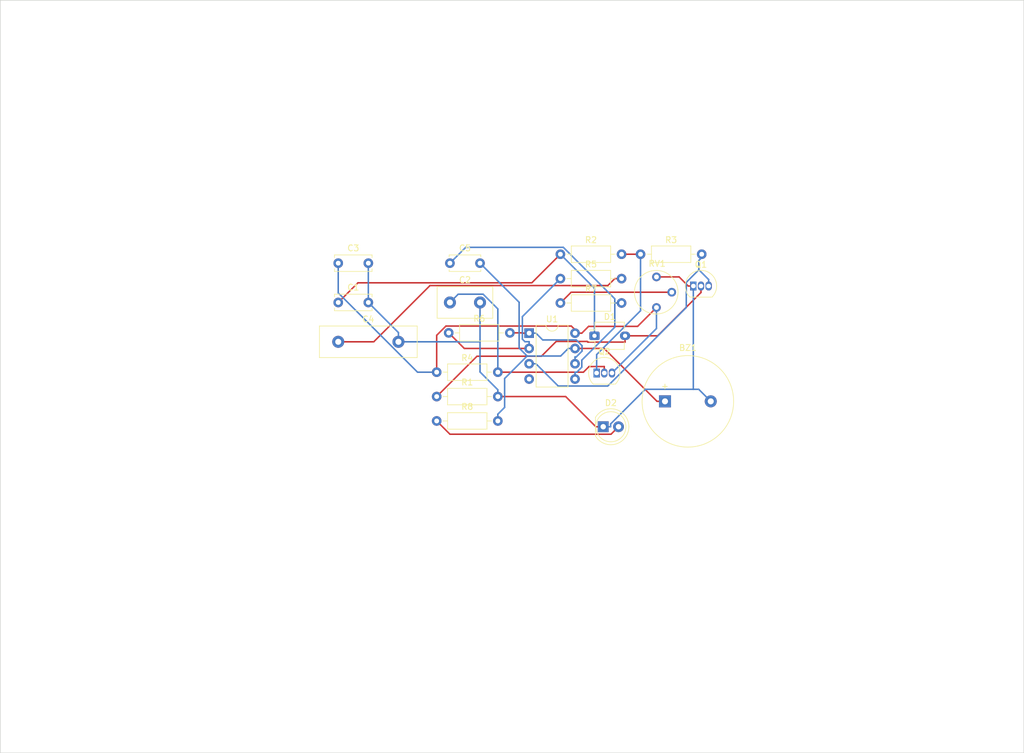
<source format=kicad_pcb>
(kicad_pcb (version 20211014) (generator pcbnew)
  (title_block (title "gammaray2usb") (date "2021-12-27") (rev "0.2x") (company "Fort Sand, Inc."))
  (layers (0 "F.Cu" signal) (31 "B.Cu" signal) (34 "B.Paste" user) (35 "F.Paste" user) (36 "B.SilkS" user "B.Silkscreen") (37 "F.SilkS" user "F.Silkscreen") (38 "B.Mask" user) (39 "F.Mask" user) (44 "Edge.Cuts" user))
  (net 0 "")
  (net 1 "Net-(BZ1-Pad1)")
  (net 2 "GND")
  (net 3 "Net-(C1-Pad1)")
  (net 4 "Net-(C2-Pad1)")
  (net 5 "+9V")
  (net 6 "Net-(C4-Pad1)")
  (net 7 "Net-(C5-Pad1)")
  (net 8 "Net-(D1-Pad2)")
  (net 9 "Net-(D2-Pad2)")
  (net 10 "Net-(Q1-Pad3)")
  (net 11 "Net-(Q2-Pad1)")
  (net 12 "Net-(R5-Pad1)")
  (net 13 "Net-(R6-Pad2)")
  (net 14 "Net-(R7-Pad1)")
  (net 15 "GNDREF")
  (footprint "Potentiometer_THT:Potentiometer_Vishay_T7-YA_Single_Vertical" (layer "F.Cu") (at 178.9838 86.0256)
    (fp_text reference "RV1" (at 0.11 -7.29) (layer "F.SilkS"))
    (fp_text value "250kΩ")
    (fp_circle (center -0.041 -2.54) (end 3.579 -2.54) (layer "F.SilkS") (width 0.12) (fill none))
    (pad "1" thru_hole circle locked (at 0 0) (size 1.44 1.44) (drill 0.8) (layers *.Cu *.Mask) (net 5 "+9V"))
    (pad "2" thru_hole circle locked (at 2.54 -2.54) (size 1.44 1.44) (drill 0.8) (layers *.Cu *.Mask) (net 14 "Net-(R7-Pad1)"))
    (pad "3" thru_hole circle locked (at 0 -5.08) (size 1.44 1.44) (drill 0.8) (layers *.Cu *.Mask) (net 2 "GND"))
  )
  (footprint "Resistor_THT:R_Axial_DIN0207_L6.3mm_D2.5mm_P10.16mm_Horizontal" (layer "F.Cu") (at 163.0278 77.1756)
    (fp_text reference "R2" (at 5.08 -2.37) (layer "F.SilkS"))
    (fp_text value "1.5M")
    (fp_line (start 9.12 0) (end 8.35 0) (layer "F.SilkS") (width 0.12))
    (fp_line (start 1.81 1.37) (end 8.35 1.37) (layer "F.SilkS") (width 0.12))
    (fp_line (start 1.81 -1.37) (end 1.81 1.37) (layer "F.SilkS") (width 0.12))
    (fp_line (start 1.04 0) (end 1.81 0) (layer "F.SilkS") (width 0.12))
    (fp_line (start 8.35 1.37) (end 8.35 -1.37) (layer "F.SilkS") (width 0.12))
    (fp_line (start 8.35 -1.37) (end 1.81 -1.37) (layer "F.SilkS") (width 0.12))
    (pad "1" thru_hole circle locked (at 0 0) (size 1.6 1.6) (drill 0.8) (layers *.Cu *.Mask) (net 3 "Net-(C1-Pad1)"))
    (pad "2" thru_hole oval locked (at 10.16 0) (size 1.6 1.6) (drill 0.8) (layers *.Cu *.Mask) (net 11 "Net-(Q2-Pad1)"))
  )
  (footprint "Resistor_THT:R_Axial_DIN0207_L6.3mm_D2.5mm_P10.16mm_Horizontal" (layer "F.Cu") (at 163.0278 81.2256)
    (fp_text reference "R5" (at 5.08 -2.37) (layer "F.SilkS"))
    (fp_text value "1k")
    (fp_line (start 9.12 0) (end 8.35 0) (layer "F.SilkS") (width 0.12))
    (fp_line (start 1.04 0) (end 1.81 0) (layer "F.SilkS") (width 0.12))
    (fp_line (start 1.81 1.37) (end 8.35 1.37) (layer "F.SilkS") (width 0.12))
    (fp_line (start 8.35 1.37) (end 8.35 -1.37) (layer "F.SilkS") (width 0.12))
    (fp_line (start 8.35 -1.37) (end 1.81 -1.37) (layer "F.SilkS") (width 0.12))
    (fp_line (start 1.81 -1.37) (end 1.81 1.37) (layer "F.SilkS") (width 0.12))
    (pad "1" thru_hole circle locked (at 0 0) (size 1.6 1.6) (drill 0.8) (layers *.Cu *.Mask) (net 12 "Net-(R5-Pad1)"))
    (pad "2" thru_hole oval locked (at 10.16 0) (size 1.6 1.6) (drill 0.8) (layers *.Cu *.Mask) (net 6 "Net-(C4-Pad1)"))
  )
  (footprint "Resistor_THT:R_Axial_DIN0207_L6.3mm_D2.5mm_P10.16mm_Horizontal" (layer "F.Cu") (at 142.4778 104.8656)
    (fp_text reference "R8" (at 5.08 -2.37) (layer "F.SilkS"))
    (fp_text value "1k")
    (fp_line (start 1.81 1.37) (end 8.35 1.37) (layer "F.SilkS") (width 0.12))
    (fp_line (start 1.81 -1.37) (end 1.81 1.37) (layer "F.SilkS") (width 0.12))
    (fp_line (start 8.35 -1.37) (end 1.81 -1.37) (layer "F.SilkS") (width 0.12))
    (fp_line (start 1.04 0) (end 1.81 0) (layer "F.SilkS") (width 0.12))
    (fp_line (start 8.35 1.37) (end 8.35 -1.37) (layer "F.SilkS") (width 0.12))
    (fp_line (start 9.12 0) (end 8.35 0) (layer "F.SilkS") (width 0.12))
    (pad "1" thru_hole circle locked (at 0 0) (size 1.6 1.6) (drill 0.8) (layers *.Cu *.Mask) (net 9 "Net-(D2-Pad2)"))
    (pad "2" thru_hole oval locked (at 10.16 0) (size 1.6 1.6) (drill 0.8) (layers *.Cu *.Mask) (net 1 "Net-(BZ1-Pad1)"))
  )
  (footprint "Capacitor_THT:C_Disc_D6.0mm_W2.5mm_P5.00mm" (layer "F.Cu") (at 126.1278 85.1906)
    (fp_text reference "C1" (at 2.5 -2.5) (layer "F.SilkS"))
    (fp_text value "0.1µF")
    (fp_line (start -0.62 -1.37) (end -0.62 -0.925) (layer "F.SilkS") (width 0.12))
    (fp_line (start -0.62 -1.37) (end 5.62 -1.37) (layer "F.SilkS") (width 0.12))
    (fp_line (start 5.62 0.925) (end 5.62 1.37) (layer "F.SilkS") (width 0.12))
    (fp_line (start -0.62 0.925) (end -0.62 1.37) (layer "F.SilkS") (width 0.12))
    (fp_line (start -0.62 1.37) (end 5.62 1.37) (layer "F.SilkS") (width 0.12))
    (fp_line (start 5.62 -1.37) (end 5.62 -0.925) (layer "F.SilkS") (width 0.12))
    (pad "1" thru_hole circle locked (at 0 0) (size 1.6 1.6) (drill 0.8) (layers *.Cu *.Mask) (net 3 "Net-(C1-Pad1)"))
    (pad "2" thru_hole circle locked (at 5 0) (size 1.6 1.6) (drill 0.8) (layers *.Cu *.Mask) (net 2 "GND"))
  )
  (footprint "Resistor_THT:R_Axial_DIN0207_L6.3mm_D2.5mm_P10.16mm_Horizontal" (layer "F.Cu") (at 176.3378 77.1756)
    (fp_text reference "R3" (at 5.08 -2.37) (layer "F.SilkS"))
    (fp_text value "56k")
    (fp_line (start 8.35 -1.37) (end 1.81 -1.37) (layer "F.SilkS") (width 0.12))
    (fp_line (start 1.81 1.37) (end 8.35 1.37) (layer "F.SilkS") (width 0.12))
    (fp_line (start 8.35 1.37) (end 8.35 -1.37) (layer "F.SilkS") (width 0.12))
    (fp_line (start 1.04 0) (end 1.81 0) (layer "F.SilkS") (width 0.12))
    (fp_line (start 9.12 0) (end 8.35 0) (layer "F.SilkS") (width 0.12))
    (fp_line (start 1.81 -1.37) (end 1.81 1.37) (layer "F.SilkS") (width 0.12))
    (pad "1" thru_hole circle locked (at 0 0) (size 1.6 1.6) (drill 0.8) (layers *.Cu *.Mask) (net 11 "Net-(Q2-Pad1)"))
    (pad "2" thru_hole oval locked (at 10.16 0) (size 1.6 1.6) (drill 0.8) (layers *.Cu *.Mask) (net 10 "Net-(Q1-Pad3)"))
  )
  (footprint "Resistor_THT:R_Axial_DIN0207_L6.3mm_D2.5mm_P10.16mm_Horizontal" (layer "F.Cu") (at 144.4778 90.2356)
    (fp_text reference "R6" (at 5.08 -2.37) (layer "F.SilkS"))
    (fp_text value "1.5M")
    (fp_line (start 1.81 1.37) (end 8.35 1.37) (layer "F.SilkS") (width 0.12))
    (fp_line (start 8.35 -1.37) (end 1.81 -1.37) (layer "F.SilkS") (width 0.12))
    (fp_line (start 9.12 0) (end 8.35 0) (layer "F.SilkS") (width 0.12))
    (fp_line (start 1.81 -1.37) (end 1.81 1.37) (layer "F.SilkS") (width 0.12))
    (fp_line (start 8.35 1.37) (end 8.35 -1.37) (layer "F.SilkS") (width 0.12))
    (fp_line (start 1.04 0) (end 1.81 0) (layer "F.SilkS") (width 0.12))
    (pad "1" thru_hole circle locked (at 0 0) (size 1.6 1.6) (drill 0.8) (layers *.Cu *.Mask) (net 12 "Net-(R5-Pad1)"))
    (pad "2" thru_hole oval locked (at 10.16 0) (size 1.6 1.6) (drill 0.8) (layers *.Cu *.Mask) (net 13 "Net-(R6-Pad2)"))
  )
  (footprint "Package_TO_SOT_THT:TO-92_Inline" (layer "F.Cu") (at 185.1078 82.4556)
    (fp_text reference "Q1" (at 1.27 -3.56) (layer "F.SilkS"))
    (fp_text value "2N7000")
    (fp_line (start -0.53 1.85) (end 3.07 1.85) (layer "F.SilkS") (width 0.12))
    (fp_arc (start 1.27 -2.6) (mid 3.672087 -0.994977) (end 3.108478 1.838478) (layer "F.SilkS") (width 0.12))
    (fp_arc (start -0.568478 1.838478) (mid -1.132087 -0.994977) (end 1.27 -2.6) (layer "F.SilkS") (width 0.12))
    (pad "1" thru_hole rect locked (at 0 0) (size 1.05 1.5) (drill 0.75) (layers *.Cu *.Mask) (net 2 "GND"))
    (pad "2" thru_hole oval locked (at 1.27 0) (size 1.05 1.5) (drill 0.75) (layers *.Cu *.Mask) (net 8 "Net-(D1-Pad2)"))
    (pad "3" thru_hole oval locked (at 2.54 0) (size 1.05 1.5) (drill 0.75) (layers *.Cu *.Mask) (net 10 "Net-(Q1-Pad3)"))
  )
  (footprint "Package_DIP:DIP-8_W7.62mm" (layer "F.Cu") (at 157.8378 90.2856)
    (fp_text reference "U1" (at 3.81 -2.33) (layer "F.SilkS"))
    (fp_text value "LM358")
    (fp_line (start 6.46 -1.33) (end 4.81 -1.33) (layer "F.SilkS") (width 0.12))
    (fp_line (start 2.81 -1.33) (end 1.16 -1.33) (layer "F.SilkS") (width 0.12))
    (fp_line (start 1.16 8.95) (end 6.46 8.95) (layer "F.SilkS") (width 0.12))
    (fp_line (start 1.16 -1.33) (end 1.16 8.95) (layer "F.SilkS") (width 0.12))
    (fp_line (start 6.46 8.95) (end 6.46 -1.33) (layer "F.SilkS") (width 0.12))
    (fp_arc (start 4.81 -1.33) (mid 3.81 -0.33) (end 2.81 -1.33) (layer "F.SilkS") (width 0.12))
    (pad "1" thru_hole rect locked (at 0 0) (size 1.6 1.6) (drill 0.8) (layers *.Cu *.Mask) (net 13 "Net-(R6-Pad2)"))
    (pad "2" thru_hole oval locked (at 0 2.54) (size 1.6 1.6) (drill 0.8) (layers *.Cu *.Mask) (net 12 "Net-(R5-Pad1)"))
    (pad "3" thru_hole oval locked (at 0 5.08) (size 1.6 1.6) (drill 0.8) (layers *.Cu *.Mask) (net 10 "Net-(Q1-Pad3)"))
    (pad "4" thru_hole oval locked (at 0 7.62) (size 1.6 1.6) (drill 0.8) (layers *.Cu *.Mask) (net 15 "GNDREF"))
    (pad "5" thru_hole oval locked (at 7.62 7.62) (size 1.6 1.6) (drill 0.8) (layers *.Cu *.Mask) (net 7 "Net-(C5-Pad1)"))
    (pad "6" thru_hole oval locked (at 7.62 5.08) (size 1.6 1.6) (drill 0.8) (layers *.Cu *.Mask) (net 13 "Net-(R6-Pad2)"))
    (pad "7" thru_hole oval locked (at 7.62 2.54) (size 1.6 1.6) (drill 0.8) (layers *.Cu *.Mask) (net 1 "Net-(BZ1-Pad1)"))
    (pad "8" thru_hole oval locked (at 7.62 0) (size 1.6 1.6) (drill 0.8) (layers *.Cu *.Mask) (net 5 "+9V"))
  )
  (footprint "Resistor_THT:R_Axial_DIN0207_L6.3mm_D2.5mm_P10.16mm_Horizontal" (layer "F.Cu") (at 142.4778 100.8156)
    (fp_text reference "R1" (at 5.08 -2.37) (layer "F.SilkS"))
    (fp_text value "10M")
    (fp_line (start 9.12 0) (end 8.35 0) (layer "F.SilkS") (width 0.12))
    (fp_line (start 8.35 -1.37) (end 1.81 -1.37) (layer "F.SilkS") (width 0.12))
    (fp_line (start 8.35 1.37) (end 8.35 -1.37) (layer "F.SilkS") (width 0.12))
    (fp_line (start 1.81 -1.37) (end 1.81 1.37) (layer "F.SilkS") (width 0.12))
    (fp_line (start 1.04 0) (end 1.81 0) (layer "F.SilkS") (width 0.12))
    (fp_line (start 1.81 1.37) (end 8.35 1.37) (layer "F.SilkS") (width 0.12))
    (pad "1" thru_hole circle locked (at 0 0) (size 1.6 1.6) (drill 0.8) (layers *.Cu *.Mask) (net 8 "Net-(D1-Pad2)"))
    (pad "2" thru_hole oval locked (at 10.16 0) (size 1.6 1.6) (drill 0.8) (layers *.Cu *.Mask) (net 2 "GND"))
  )
  (footprint "Resistor_THT:R_Axial_DIN0207_L6.3mm_D2.5mm_P10.16mm_Horizontal" (layer "F.Cu") (at 163.0278 85.2756)
    (fp_text reference "R7" (at 5.08 -2.37) (layer "F.SilkS"))
    (fp_text value "1k")
    (fp_line (start 8.35 -1.37) (end 1.81 -1.37) (layer "F.SilkS") (width 0.12))
    (fp_line (start 9.12 0) (end 8.35 0) (layer "F.SilkS") (width 0.12))
    (fp_line (start 1.81 -1.37) (end 1.81 1.37) (layer "F.SilkS") (width 0.12))
    (fp_line (start 8.35 1.37) (end 8.35 -1.37) (layer "F.SilkS") (width 0.12))
    (fp_line (start 1.81 1.37) (end 8.35 1.37) (layer "F.SilkS") (width 0.12))
    (fp_line (start 1.04 0) (end 1.81 0) (layer "F.SilkS") (width 0.12))
    (pad "1" thru_hole circle locked (at 0 0) (size 1.6 1.6) (drill 0.8) (layers *.Cu *.Mask) (net 14 "Net-(R7-Pad1)"))
    (pad "2" thru_hole oval locked (at 10.16 0) (size 1.6 1.6) (drill 0.8) (layers *.Cu *.Mask) (net 7 "Net-(C5-Pad1)"))
  )
  (footprint "Buzzer_Beeper:Buzzer_15x7.5RM7.6" (layer "F.Cu") (at 180.4004 101.6097)
    (fp_text reference "BZ1" (at 3.81 -8.89) (layer "F.SilkS"))
    (fp_text value "Buzzer")
    (fp_text user "+" (at -0.01 -2.54) (layer "F.SilkS"))
    (fp_circle (center 3.8 0) (end 11.4 0) (layer "F.SilkS") (width 0.12) (fill none))
    (pad "1" thru_hole rect locked (at 0 0) (size 2 2) (drill 1) (layers *.Cu *.Mask) (net 1 "Net-(BZ1-Pad1)"))
    (pad "2" thru_hole circle locked (at 7.6 0) (size 2 2) (drill 1) (layers *.Cu *.Mask) (net 2 "GND"))
  )
  (footprint "Capacitor_THT:C_Disc_D5.0mm_W2.5mm_P5.00mm" (layer "F.Cu") (at 144.6778 78.6606)
    (fp_text reference "C5" (at 2.5 -2.5) (layer "F.SilkS"))
    (fp_text value "0.01µF")
    (fp_line (start -0.12 1.37) (end 5.12 1.37) (layer "F.SilkS") (width 0.12))
    (fp_line (start 5.12 1.055) (end 5.12 1.37) (layer "F.SilkS") (width 0.12))
    (fp_line (start -0.12 1.055) (end -0.12 1.37) (layer "F.SilkS") (width 0.12))
    (fp_line (start 5.12 -1.37) (end 5.12 -1.055) (layer "F.SilkS") (width 0.12))
    (fp_line (start -0.12 -1.37) (end -0.12 -1.055) (layer "F.SilkS") (width 0.12))
    (fp_line (start -0.12 -1.37) (end 5.12 -1.37) (layer "F.SilkS") (width 0.12))
    (pad "1" thru_hole circle locked (at 0 0) (size 1.6 1.6) (drill 0.8) (layers *.Cu *.Mask) (net 7 "Net-(C5-Pad1)"))
    (pad "2" thru_hole circle locked (at 5 0) (size 1.6 1.6) (drill 0.8) (layers *.Cu *.Mask) (net 1 "Net-(BZ1-Pad1)"))
  )
  (footprint "Capacitor_THT:C_Disc_D16.0mm_W5.0mm_P10.00mm" (layer "F.Cu") (at 126.1278 91.7206)
    (fp_text reference "C4" (at 5 -3.75) (layer "F.SilkS"))
    (fp_text value "0.02µF")
    (fp_line (start -3.12 2.62) (end 13.12 2.62) (layer "F.SilkS") (width 0.12))
    (fp_line (start 13.12 -2.62) (end 13.12 2.62) (layer "F.SilkS") (width 0.12))
    (fp_line (start -3.12 -2.62) (end 13.12 -2.62) (layer "F.SilkS") (width 0.12))
    (fp_line (start -3.12 -2.62) (end -3.12 2.62) (layer "F.SilkS") (width 0.12))
    (pad "1" thru_hole circle locked (at 0 0) (size 2 2) (drill 1) (layers *.Cu *.Mask) (net 6 "Net-(C4-Pad1)"))
    (pad "2" thru_hole circle locked (at 10 0) (size 2 2) (drill 1) (layers *.Cu *.Mask) (net 2 "GND"))
  )
  (footprint "Capacitor_THT:C_Disc_D6.0mm_W2.5mm_P5.00mm" (layer "F.Cu") (at 126.1278 78.6606)
    (fp_text reference "C3" (at 2.5 -2.5) (layer "F.SilkS"))
    (fp_text value "0.1µF")
    (fp_line (start 5.62 -1.37) (end 5.62 -0.925) (layer "F.SilkS") (width 0.12))
    (fp_line (start -0.62 -1.37) (end 5.62 -1.37) (layer "F.SilkS") (width 0.12))
    (fp_line (start -0.62 0.925) (end -0.62 1.37) (layer "F.SilkS") (width 0.12))
    (fp_line (start -0.62 -1.37) (end -0.62 -0.925) (layer "F.SilkS") (width 0.12))
    (fp_line (start 5.62 0.925) (end 5.62 1.37) (layer "F.SilkS") (width 0.12))
    (fp_line (start -0.62 1.37) (end 5.62 1.37) (layer "F.SilkS") (width 0.12))
    (pad "1" thru_hole circle locked (at 0 0) (size 1.6 1.6) (drill 0.8) (layers *.Cu *.Mask) (net 5 "+9V"))
    (pad "2" thru_hole circle locked (at 5 0) (size 1.6 1.6) (drill 0.8) (layers *.Cu *.Mask) (net 2 "GND"))
  )
  (footprint "OptoDevice:Osram_DIL2_4.3x4.65mm_P5.08mm" (layer "F.Cu") (at 168.6878 90.7256)
    (fp_text reference "D1" (at 2.54 -3.17) (layer "F.SilkS"))
    (fp_text value "BPW34")
    (fp_line (start 0.08 -2.26) (end 4.95 -2.26) (layer "F.SilkS") (width 0.12))
    (fp_line (start 0.08 -0.96) (end -0.84 -0.96) (layer "F.SilkS") (width 0.12))
    (fp_line (start 0.08 -2.26) (end 0.08 -0.96) (layer "F.SilkS") (width 0.12))
    (fp_line (start 0.08 0.96) (end -0.84 0.96) (layer "F.SilkS") (width 0.12))
    (fp_line (start 0.08 0.96) (end 0.08 2.26) (layer "F.SilkS") (width 0.12))
    (fp_line (start 4.95 -2.26) (end 4.95 -1.06) (layer "F.SilkS") (width 0.12))
    (fp_line (start 4.95 1.06) (end 4.95 2.26) (layer "F.SilkS") (width 0.12))
    (fp_line (start 4.95 2.26) (end 0.08 2.26) (layer "F.SilkS") (width 0.12))
    (pad "1" thru_hole roundrect locked (at 0 0) (size 1.7 1.4) (drill 0.7) (layers *.Cu *.Mask) (roundrect_rratio 0.178) (net 3 "Net-(C1-Pad1)"))
    (pad "2" thru_hole oval locked (at 5.08 0) (size 1.7 1.4) (drill 0.7) (layers *.Cu *.Mask) (net 8 "Net-(D1-Pad2)"))
  )
  (footprint "LED_THT:LED_D5.0mm" (layer "F.Cu") (at 170.1409 105.8275)
    (fp_text reference "D2" (at 1.27 -3.96) (layer "F.SilkS"))
    (fp_text value "LED")
    (fp_line (start -1.29 -1.545) (end -1.29 1.545) (layer "F.SilkS") (width 0.12))
    (fp_arc (start -1.29 -1.54483) (mid 2.072002 -2.880433) (end 4.26 0.000462) (layer "F.SilkS") (width 0.12))
    (fp_arc (start 4.26 -0.000462) (mid 2.072002 2.880433) (end -1.29 1.54483) (layer "F.SilkS") (width 0.12))
    (fp_circle (center 1.27 0) (end 3.77 0) (layer "F.SilkS") (width 0.12) (fill none))
    (pad "1" thru_hole rect locked (at 0 0) (size 1.8 1.8) (drill 0.9) (layers *.Cu *.Mask) (net 2 "GND"))
    (pad "2" thru_hole circle locked (at 2.54 0) (size 1.8 1.8) (drill 0.9) (layers *.Cu *.Mask) (net 9 "Net-(D2-Pad2)"))
  )
  (footprint "Package_TO_SOT_THT:TO-92_Inline" (layer "F.Cu") (at 169.0478 96.9056)
    (fp_text reference "Q2" (at 1.27 -3.56) (layer "F.SilkS"))
    (fp_text value "2N3904")
    (fp_line (start -0.53 1.85) (end 3.07 1.85) (layer "F.SilkS") (width 0.12))
    (fp_arc (start 1.27 -2.6) (mid 3.672087 -0.994977) (end 3.108478 1.838478) (layer "F.SilkS") (width 0.12))
    (fp_arc (start -0.568478 1.838478) (mid -1.132087 -0.994977) (end 1.27 -2.6) (layer "F.SilkS") (width 0.12))
    (pad "1" thru_hole rect locked (at 0 0) (size 1.05 1.5) (drill 0.75) (layers *.Cu *.Mask) (net 11 "Net-(Q2-Pad1)"))
    (pad "2" thru_hole oval locked (at 1.27 0) (size 1.05 1.5) (drill 0.75) (layers *.Cu *.Mask) (net 4 "Net-(C2-Pad1)"))
    (pad "3" thru_hole oval locked (at 2.54 0) (size 1.05 1.5) (drill 0.75) (layers *.Cu *.Mask) (net 5 "+9V"))
  )
  (footprint "Resistor_THT:R_Axial_DIN0207_L6.3mm_D2.5mm_P10.16mm_Horizontal" (layer "F.Cu") (at 142.4778 96.7656)
    (fp_text reference "R4" (at 5.08 -2.37) (layer "F.SilkS"))
    (fp_text value "150k")
    (fp_line (start 8.35 1.37) (end 8.35 -1.37) (layer "F.SilkS") (width 0.12))
    (fp_line (start 1.81 1.37) (end 8.35 1.37) (layer "F.SilkS") (width 0.12))
    (fp_line (start 1.04 0) (end 1.81 0) (layer "F.SilkS") (width 0.12))
    (fp_line (start 8.35 -1.37) (end 1.81 -1.37) (layer "F.SilkS") (width 0.12))
    (fp_line (start 1.81 -1.37) (end 1.81 1.37) (layer "F.SilkS") (width 0.12))
    (fp_line (start 9.12 0) (end 8.35 0) (layer "F.SilkS") (width 0.12))
    (pad "1" thru_hole circle locked (at 0 0) (size 1.6 1.6) (drill 0.8) (layers *.Cu *.Mask) (net 5 "+9V"))
    (pad "2" thru_hole oval locked (at 10.16 0) (size 1.6 1.6) (drill 0.8) (layers *.Cu *.Mask) (net 4 "Net-(C2-Pad1)"))
  )
  (footprint "Capacitor_THT:C_Disc_D9.0mm_W5.0mm_P5.00mm" (layer "F.Cu") (at 144.6778 85.1906)
    (fp_text reference "C2" (at 2.5 -3.75) (layer "F.SilkS"))
    (fp_text value "100 uF")
    (fp_line (start -2.12 2.62) (end 7.12 2.62) (layer "F.SilkS") (width 0.12))
    (fp_line (start -2.12 -2.62) (end -2.12 2.62) (layer "F.SilkS") (width 0.12))
    (fp_line (start -2.12 -2.62) (end 7.12 -2.62) (layer "F.SilkS") (width 0.12))
    (fp_line (start 7.12 -2.62) (end 7.12 2.62) (layer "F.SilkS") (width 0.12))
    (pad "1" thru_hole circle locked (at 0 0) (size 2 2) (drill 1) (layers *.Cu *.Mask) (net 4 "Net-(C2-Pad1)"))
    (pad "2" thru_hole circle locked (at 5 0) (size 2 2) (drill 1) (layers *.Cu *.Mask) (net 2 "GND"))
  )
  (gr_line (start 240 160) (end 70 160) (layer "Edge.Cuts") (width 0.1))
  (gr_line (start 70 35) (end 240 35) (layer "Edge.Cuts") (width 0.1))
  (gr_line (start 240 35) (end 240 160) (layer "Edge.Cuts") (width 0.1))
  (gr_line (start 70 160) (end 70 35) (layer "Edge.Cuts") (width 0.1))
  (segment (start 179.0751 101.6097) (end 170.291 92.8256) (width 0.25) (layer "F.Cu") (net 1))
  (segment (start 170.291 92.8256) (end 165.4578 92.8256) (width 0.25) (layer "F.Cu") (net 1))
  (segment (start 180.4004 101.6097) (end 179.0751 101.6097) (width 0.25) (layer "F.Cu") (net 1))
  (segment (start 156.172 92.7514) (end 156.172 85.1548) (width 0.25) (layer "B.Cu") (net 1))
  (segment (start 156.172 85.1548) (end 149.6778 78.6606) (width 0.25) (layer "B.Cu") (net 1))
  (segment (start 152.6378 104.8656) (end 152.6378 103.7403) (width 0.25) (layer "B.Cu") (net 1))
  (segment (start 163.0777 94.0804) (end 157.501 94.0804) (width 0.25) (layer "B.Cu") (net 1))
  (segment (start 164.3325 92.8256) (end 163.0777 94.0804) (width 0.25) (layer "B.Cu") (net 1))
  (segment (start 153.7631 97.8183) (end 153.7631 102.615) (width 0.25) (layer "B.Cu") (net 1))
  (segment (start 153.7631 102.615) (end 152.6378 103.7403) (width 0.25) (layer "B.Cu") (net 1))
  (segment (start 157.501 94.0804) (end 156.172 92.7514) (width 0.25) (layer "B.Cu") (net 1))
  (segment (start 165.4578 92.8256) (end 164.3325 92.8256) (width 0.25) (layer "B.Cu") (net 1))
  (segment (start 157.501 94.0804) (end 153.7631 97.8183) (width 0.25) (layer "B.Cu") (net 1))
  (segment (start 163.9037 100.8156) (end 152.6378 100.8156) (width 0.25) (layer "F.Cu") (net 2))
  (segment (start 170.1409 105.8275) (end 168.9156 105.8275) (width 0.25) (layer "F.Cu") (net 2))
  (segment (start 182.7475 80.9456) (end 178.9838 80.9456) (width 0.25) (layer "F.Cu") (net 2))
  (segment (start 184.2575 82.4556) (end 182.7475 80.9456) (width 0.25) (layer "F.Cu") (net 2))
  (segment (start 168.9156 105.8275) (end 163.9037 100.8156) (width 0.25) (layer "F.Cu") (net 2))
  (segment (start 185.1078 82.4556) (end 184.2575 82.4556) (width 0.25) (layer "F.Cu") (net 2))
  (segment (start 185.1078 99.6133) (end 177.1209 99.6133) (width 0.25) (layer "B.Cu") (net 2))
  (segment (start 177.1209 99.6133) (end 171.3662 105.368) (width 0.25) (layer "B.Cu") (net 2))
  (segment (start 185.1078 99.6133) (end 185.1078 82.4556) (width 0.25) (layer "B.Cu") (net 2))
  (segment (start 136.1278 91.7206) (end 136.1278 90.1906) (width 0.25) (layer "B.Cu") (net 2))
  (segment (start 186.004 99.6133) (end 185.1078 99.6133) (width 0.25) (layer "B.Cu") (net 2))
  (segment (start 152.6378 99.6903) (end 149.6778 96.7303) (width 0.25) (layer "B.Cu") (net 2))
  (segment (start 149.6778 96.7303) (end 149.6778 91.7206) (width 0.25) (layer "B.Cu") (net 2))
  (segment (start 170.1409 105.8275) (end 171.3662 105.8275) (width 0.25) (layer "B.Cu") (net 2))
  (segment (start 152.6378 100.8156) (end 152.6378 99.6903) (width 0.25) (layer "B.Cu") (net 2))
  (segment (start 171.3662 105.368) (end 171.3662 105.8275) (width 0.25) (layer "B.Cu") (net 2))
  (segment (start 131.1278 85.1906) (end 131.1278 78.6606) (width 0.25) (layer "B.Cu") (net 2))
  (segment (start 149.6778 91.7206) (end 149.6778 85.1906) (width 0.25) (layer "B.Cu") (net 2))
  (segment (start 188.0004 101.6097) (end 186.004 99.6133) (width 0.25) (layer "B.Cu") (net 2))
  (segment (start 136.1278 90.1906) (end 131.1278 85.1906) (width 0.25) (layer "B.Cu") (net 2))
  (segment (start 149.6778 91.7206) (end 136.1278 91.7206) (width 0.25) (layer "B.Cu") (net 2))
  (segment (start 163.0278 77.1756) (end 158.2778 81.9256) (width 0.25) (layer "F.Cu") (net 3))
  (segment (start 129.3928 81.9256) (end 126.1278 85.1906) (width 0.25) (layer "F.Cu") (net 3))
  (segment (start 158.2778 81.9256) (end 129.3928 81.9256) (width 0.25) (layer "F.Cu") (net 3))
  (segment (start 168.6878 82.8356) (end 163.0278 77.1756) (width 0.25) (layer "B.Cu") (net 3))
  (segment (start 168.6878 90.7256) (end 168.6878 82.8356) (width 0.25) (layer "B.Cu") (net 3))
  (segment (start 170.3178 95.8303) (end 167.7874 95.8303) (width 0.25) (layer "F.Cu") (net 4))
  (segment (start 166.8521 96.7656) (end 152.6378 96.7656) (width 0.25) (layer "F.Cu") (net 4))
  (segment (start 167.7874 95.8303) (end 166.8521 96.7656) (width 0.25) (layer "F.Cu") (net 4))
  (segment (start 170.3178 96.9056) (end 170.3178 95.8303) (width 0.25) (layer "F.Cu") (net 4))
  (segment (start 150.1908 83.8122) (end 152.6378 86.2592) (width 0.25) (layer "B.Cu") (net 4))
  (segment (start 144.6778 85.1906) (end 146.0562 83.8122) (width 0.25) (layer "B.Cu") (net 4))
  (segment (start 152.6378 86.2592) (end 152.6378 96.7656) (width 0.25) (layer "B.Cu") (net 4))
  (segment (start 146.0562 83.8122) (end 150.1908 83.8122) (width 0.25) (layer "B.Cu") (net 4))
  (segment (start 178.9838 86.0256) (end 175.8491 89.1603) (width 0.25) (layer "F.Cu") (net 5))
  (segment (start 142.4778 90.6436) (end 142.4778 96.7656) (width 0.25) (layer "F.Cu") (net 5))
  (segment (start 175.8491 89.1603) (end 167.7084 89.1603) (width 0.25) (layer "F.Cu") (net 5))
  (segment (start 164.841 89.1061) (end 144.0153 89.1061) (width 0.25) (layer "F.Cu") (net 5))
  (segment (start 166.0205 90.2856) (end 166.5831 90.2856) (width 0.25) (layer "F.Cu") (net 5))
  (segment (start 165.4578 90.2856) (end 166.0205 90.2856) (width 0.25) (layer "F.Cu") (net 5))
  (segment (start 144.0153 89.1061) (end 142.4778 90.6436) (width 0.25) (layer "F.Cu") (net 5))
  (segment (start 167.7084 89.1603) (end 166.5831 90.2856) (width 0.25) (layer "F.Cu") (net 5))
  (segment (start 166.0205 90.2856) (end 164.841 89.1061) (width 0.25) (layer "F.Cu") (net 5))
  (segment (start 126.1278 78.6606) (end 126.1278 83.5976) (width 0.25) (layer "B.Cu") (net 5))
  (segment (start 178.9838 89.5096) (end 178.9838 86.0256) (width 0.25) (layer "B.Cu") (net 5))
  (segment (start 171.5878 96.9056) (end 178.9838 89.5096) (width 0.25) (layer "B.Cu") (net 5))
  (segment (start 126.1278 83.5976) (end 139.2958 96.7656) (width 0.25) (layer "B.Cu") (net 5))
  (segment (start 139.2958 96.7656) (end 142.4778 96.7656) (width 0.25) (layer "B.Cu") (net 5))
  (segment (start 141.3698 82.376) (end 132.0252 91.7206) (width 0.25) (layer "F.Cu") (net 6))
  (segment (start 170.9121 82.376) (end 141.3698 82.376) (width 0.25) (layer "F.Cu") (net 6))
  (segment (start 173.1878 81.2256) (end 172.0625 81.2256) (width 0.25) (layer "F.Cu") (net 6))
  (segment (start 172.0625 81.2256) (end 170.9121 82.376) (width 0.25) (layer "F.Cu") (net 6))
  (segment (start 132.0252 91.7206) (end 126.1278 91.7206) (width 0.25) (layer "F.Cu") (net 6))
  (segment (start 172.0624 85.2756) (end 172.0624 84.5793) (width 0.25) (layer "B.Cu") (net 7))
  (segment (start 172.0625 85.2756) (end 172.0624 85.2756) (width 0.25) (layer "B.Cu") (net 7))
  (segment (start 165.4578 97.9056) (end 165.4578 96.7803) (width 0.25) (layer "B.Cu") (net 7))
  (segment (start 147.3057 76.0327) (end 144.6778 78.6606) (width 0.25) (layer "B.Cu") (net 7))
  (segment (start 172.0624 84.5793) (end 163.5158 76.0327) (width 0.25) (layer "B.Cu") (net 7))
  (segment (start 163.5158 76.0327) (end 147.3057 76.0327) (width 0.25) (layer "B.Cu") (net 7))
  (segment (start 166.5831 94.7662) (end 172.0624 89.2869) (width 0.25) (layer "B.Cu") (net 7))
  (segment (start 173.1878 85.2756) (end 172.0625 85.2756) (width 0.25) (layer "B.Cu") (net 7))
  (segment (start 165.7392 96.7803) (end 166.5831 95.9364) (width 0.25) (layer "B.Cu") (net 7))
  (segment (start 165.4578 96.7803) (end 165.7392 96.7803) (width 0.25) (layer "B.Cu") (net 7))
  (segment (start 166.5831 95.9364) (end 166.5831 94.7662) (width 0.25) (layer "B.Cu") (net 7))
  (segment (start 172.0624 89.2869) (end 172.0624 85.2756) (width 0.25) (layer "B.Cu") (net 7))
  (segment (start 167.5768 91.7655) (end 173.7532 91.7655) (width 0.25) (layer "F.Cu") (net 8))
  (segment (start 149.1793 94.1141) (end 159.8788 94.1141) (width 0.25) (layer "F.Cu") (net 8))
  (segment (start 186.3778 82.4556) (end 186.3778 83.5309) (width 0.25) (layer "F.Cu") (net 8))
  (segment (start 142.4778 100.8156) (end 149.1793 94.1141) (width 0.25) (layer "F.Cu") (net 8))
  (segment (start 159.8788 94.1141) (end 162.3324 91.6605) (width 0.25) (layer "F.Cu") (net 8))
  (segment (start 179.1831 90.7256) (end 173.7678 90.7256) (width 0.25) (layer "F.Cu") (net 8))
  (segment (start 186.3778 83.5309) (end 179.1831 90.7256) (width 0.25) (layer "F.Cu") (net 8))
  (segment (start 173.7678 90.7256) (end 173.7678 91.7509) (width 0.25) (layer "F.Cu") (net 8))
  (segment (start 167.4718 91.6605) (end 167.5768 91.7655) (width 0.25) (layer "F.Cu") (net 8))
  (segment (start 173.7532 91.7655) (end 173.7678 91.7509) (width 0.25) (layer "F.Cu") (net 8))
  (segment (start 162.3324 91.6605) (end 167.4718 91.6605) (width 0.25) (layer "F.Cu") (net 8))
  (segment (start 144.6802 107.068) (end 142.4778 104.8656) (width 0.25) (layer "F.Cu") (net 9))
  (segment (start 171.4404 107.068) (end 144.6802 107.068) (width 0.25) (layer "F.Cu") (net 9))
  (segment (start 172.6809 105.8275) (end 171.4404 107.068) (width 0.25) (layer "F.Cu") (net 9))
  (segment (start 170.8942 99.0637) (end 162.6612 99.0637) (width 0.25) (layer "B.Cu") (net 10))
  (segment (start 183.9388 81.8437) (end 183.9388 86.0191) (width 0.25) (layer "B.Cu") (net 10))
  (segment (start 183.9388 86.0191) (end 170.8942 99.0637) (width 0.25) (layer "B.Cu") (net 10))
  (segment (start 186.025 78.211) (end 186.025 79.7575) (width 0.25) (layer "B.Cu") (net 10))
  (segment (start 186.4978 77.7382) (end 186.025 78.211) (width 0.25) (layer "B.Cu") (net 10))
  (segment (start 187.6478 81.3803) (end 186.025 79.7575) (width 0.25) (layer "B.Cu") (net 10))
  (segment (start 186.4978 77.1756) (end 186.4978 77.7382) (width 0.25) (layer "B.Cu") (net 10))
  (segment (start 186.025 79.7575) (end 183.9388 81.8437) (width 0.25) (layer "B.Cu") (net 10))
  (segment (start 157.8378 95.3656) (end 158.9631 95.3656) (width 0.25) (layer "B.Cu") (net 10))
  (segment (start 162.6612 99.0637) (end 158.9631 95.3656) (width 0.25) (layer "B.Cu") (net 10))
  (segment (start 187.6478 82.4556) (end 187.6478 81.3803) (width 0.25) (layer "B.Cu") (net 10))
  (segment (start 173.1878 77.1756) (end 176.3378 77.1756) (width 0.25) (layer "F.Cu") (net 11))
  (segment (start 169.0478 93.8455) (end 176.3378 86.5555) (width 0.25) (layer "B.Cu") (net 11))
  (segment (start 169.0478 96.9056) (end 169.0478 93.8455) (width 0.25) (layer "B.Cu") (net 11))
  (segment (start 176.3378 86.5555) (end 176.3378 77.1756) (width 0.25) (layer "B.Cu") (net 11))
  (segment (start 157.8378 92.8256) (end 147.0678 92.8256) (width 0.25) (layer "F.Cu") (net 12))
  (segment (start 147.0678 92.8256) (end 144.4778 90.2356) (width 0.25) (layer "F.Cu") (net 12))
  (segment (start 156.7125 87.5409) (end 156.7125 91.2784) (width 0.25) (layer "B.Cu") (net 12))
  (segment (start 156.7125 91.2784) (end 157.1344 91.7003) (width 0.25) (layer "B.Cu") (net 12))
  (segment (start 157.8378 92.8256) (end 157.8378 91.7003) (width 0.25) (layer "B.Cu") (net 12))
  (segment (start 163.0278 81.2256) (end 156.7125 87.5409) (width 0.25) (layer "B.Cu") (net 12))
  (segment (start 157.1344 91.7003) (end 157.8378 91.7003) (width 0.25) (layer "B.Cu") (net 12))
  (segment (start 157.8378 90.2856) (end 156.7125 90.2856) (width 0.25) (layer "F.Cu") (net 13))
  (segment (start 156.6625 90.2356) (end 156.7125 90.2856) (width 0.25) (layer "F.Cu") (net 13))
  (segment (start 154.6378 90.2356) (end 156.6625 90.2356) (width 0.25) (layer "F.Cu") (net 13))
  (segment (start 166.6189 92.3634) (end 166.6189 93.272) (width 0.25) (layer "B.Cu") (net 13))
  (segment (start 165.6506 94.2403) (end 165.4578 94.2403) (width 0.25) (layer "B.Cu") (net 13))
  (segment (start 160.0884 91.4109) (end 165.6664 91.4109) (width 0.25) (layer "B.Cu") (net 13))
  (segment (start 166.6189 93.272) (end 165.6506 94.2403) (width 0.25) (layer "B.Cu") (net 13))
  (segment (start 165.4578 95.3656) (end 165.4578 94.2403) (width 0.25) (layer "B.Cu") (net 13))
  (segment (start 158.9631 90.2856) (end 160.0884 91.4109) (width 0.25) (layer "B.Cu") (net 13))
  (segment (start 157.8378 90.2856) (end 158.9631 90.2856) (width 0.25) (layer "B.Cu") (net 13))
  (segment (start 165.6664 91.4109) (end 166.6189 92.3634) (width 0.25) (layer "B.Cu") (net 13))
  (segment (start 164.8178 83.4856) (end 181.5238 83.4856) (width 0.25) (layer "F.Cu") (net 14))
  (segment (start 163.0278 85.2756) (end 164.8178 83.4856) (width 0.25) (layer "F.Cu") (net 14))
)
</source>
